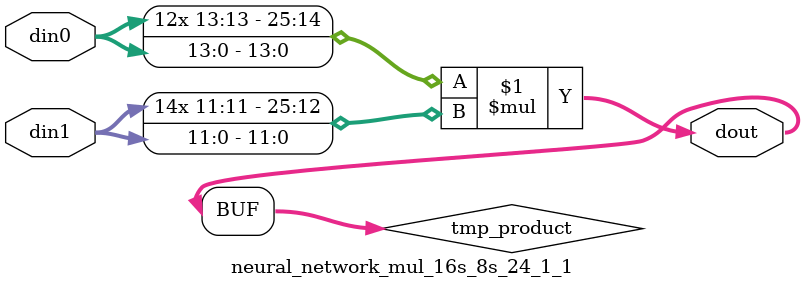
<source format=v>

`timescale 1 ns / 1 ps

  module neural_network_mul_16s_8s_24_1_1(din0, din1, dout);
parameter ID = 1;
parameter NUM_STAGE = 0;
parameter din0_WIDTH = 14;
parameter din1_WIDTH = 12;
parameter dout_WIDTH = 26;

input [din0_WIDTH - 1 : 0] din0; 
input [din1_WIDTH - 1 : 0] din1; 
output [dout_WIDTH - 1 : 0] dout;

wire signed [dout_WIDTH - 1 : 0] tmp_product;













assign tmp_product = $signed(din0) * $signed(din1);








assign dout = tmp_product;







endmodule

</source>
